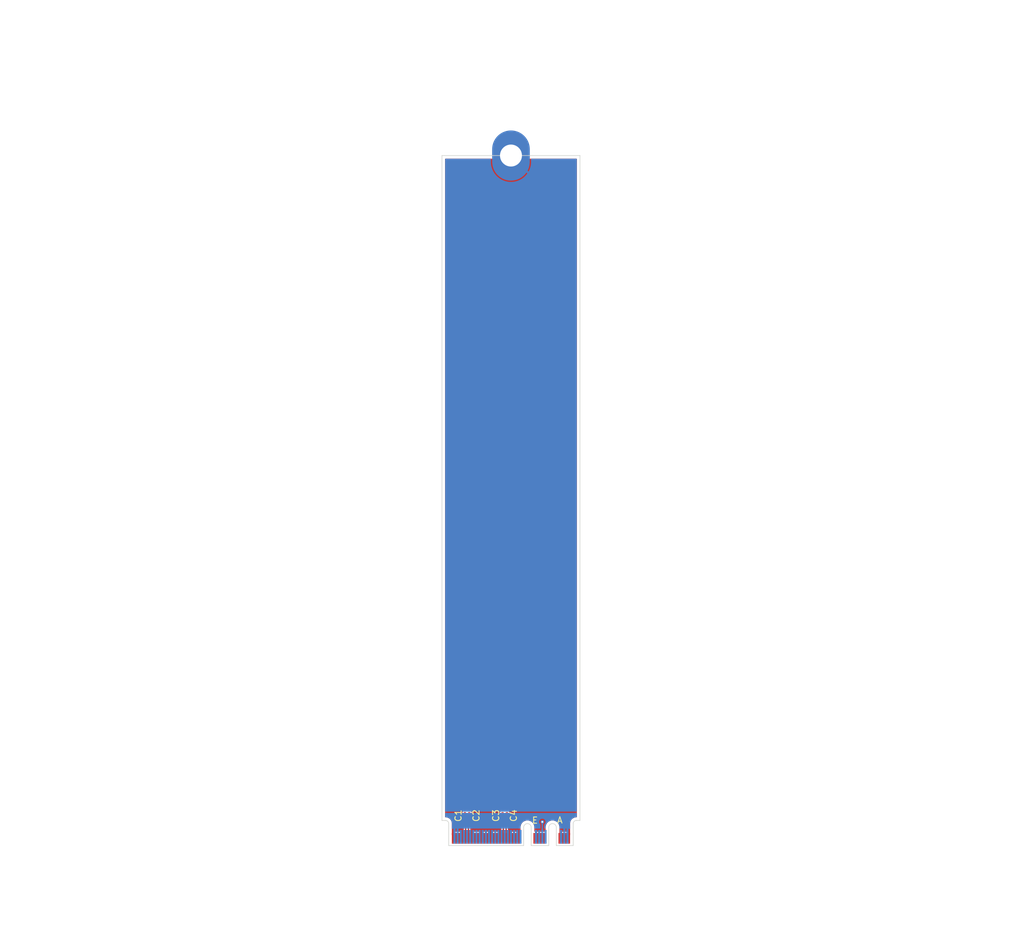
<source format=kicad_pcb>
(kicad_pcb (version 20241229) (generator "pcbnew") (generator_version "9.0")
  (layers (0 "F.Cu" signal) (2 "B.Cu" signal) (13 "F.Paste" user) (15 "B.Paste" user) (5 "F.SilkS" user "F.Silkscreen") (7 "B.SilkS" user "B.Silkscreen") (1 "F.Mask" user) (3 "B.Mask" user) (25 "Edge.Cuts" user))
  (net 0 "")
  (net 1 "GND")
  (net 2 "/M.2 A+E Key/PET1P")
  (net 3 "/M.2 A+E Key/PET0N")
  (net 4 "/M.2 A+E Key/PET1N")
  (net 5 "/M.2 A+E Key/PET0P")
  (net 6 "/PET0-")
  (net 7 "/PET1-")
  (net 8 "+3.3V")
  (net 9 "/USB_D+")
  (net 10 "/USB_D-")
  (net 11 "/LED#1")
  (net 12 "/LED#2")
  (net 21 "/PER0-")
  (net 23 "/PER0+")
  (net 29 "/REFCLK0+")
  (net 31 "/REFCLK0-")
  (net 32 "/SUSCLK")
  (net 33 "/PERST0#")
  (net 34 "/CLKREQ0#")
  (net 35 "/W_DISABLE2#")
  (net 36 "/PEWAKE#")
  (net 37 "/W_DISABLE1#")
  (net 38 "/I2C_DATA")
  (net 39 "/PER1+")
  (net 40 "/I2C_CLK")
  (net 41 "/PER1-")
  (net 42 "/ALERT#")
  (net 44 "/PERST1#")
  (net 45 "/CLKREQ1#")
  (net 46 "/PEWAKE1#")
  (net 47 "/REFCLK1+")
  (net 48 "/REFCLK1-")
  (net 49 "/PET0+")
  (net 50 "/PET1+")
  (footprint "Capacitor_SMD:C_0201_0603Metric" (layer "F.Cu") (at 105.56 154.09 90)
    (property "Reference" "C3" (at 0 -1.05 90) (layer "F.SilkS"))
    (property "Value" "220nF")
    (pad "1" smd roundrect (at -0.32 0 90) (size 0.46 0.4) (layers "F.Cu" "F.Mask") (net 3 "/M.2 A+E Key/PET0N"))
    (pad "2" smd roundrect (at 0.32 0 90) (size 0.46 0.4) (layers "F.Cu" "F.Mask") (net 6 "/PET0-"))
  )
  (footprint "Athena KiCAd library:M.2 Mounting Pad" (layer "F.Cu") (at 106.91 48.86)
    (property "Reference" "H1")
    (property "Value" "MountingHole_Pad")
    (pad "1" thru_hole circle (at 0 0) (size 5.5 5.5) (drill 3.5) (property pad_prop_castellated) (layers "*.Cu" "*.Mask") (net 1 "GND") (padstack (mode front_inner_back) (layer "Inner" (shape circle) (size 5.5 5.5)) (layer "B.Cu" (shape oval) (size 6 8))))
  )
  (footprint "Capacitor_SMD:C_0201_0603Metric" (layer "F.Cu") (at 100.26 154.09 90)
    (property "Reference" "C2" (at 0 1.11 90) (layer "F.SilkS"))
    (property "Value" "220nF")
    (pad "1" smd roundrect (at -0.32 0 90) (size 0.46 0.4) (layers "F.Cu" "F.Mask") (net 2 "/M.2 A+E Key/PET1P"))
    (pad "2" smd roundrect (at 0.32 0 90) (size 0.46 0.4) (layers "F.Cu" "F.Mask") (net 50 "/PET1+"))
  )
  (footprint "PCIexpress:M.2 A+E Key Connector" (layer "F.Cu") (at 106.91 157.75)
    (property "Reference" "J1")
    (property "Value" "~")
    (fp_line (start -11 -2.89) (end -10.425 -2.89) (stroke (width 0.1)) (layer "Edge.Cuts"))
    (fp_line (start -9.925 -2.39) (end -9.925 1.11) (stroke (width 0.1)) (layer "Edge.Cuts"))
    (fp_line (start 2.025 -1.79) (end 2.025 1.11) (stroke (width 0.1)) (layer "Edge.Cuts"))
    (fp_line (start 2.025 1.11) (end -9.925 1.11) (stroke (width 0.1)) (layer "Edge.Cuts"))
    (fp_line (start 3.225 -1.79) (end 3.225 1.11) (stroke (width 0.1)) (layer "Edge.Cuts"))
    (fp_line (start 3.225 1.11) (end 6.025 1.11) (stroke (width 0.1)) (layer "Edge.Cuts"))
    (fp_line (start 6.025 -1.79) (end 6.025 1.11) (stroke (width 0.1)) (layer "Edge.Cuts"))
    (fp_line (start 7.225 -1.79) (end 7.225 1.11) (stroke (width 0.1)) (layer "Edge.Cuts"))
    (fp_line (start 7.225 1.11) (end 9.925 1.11) (stroke (width 0.1)) (layer "Edge.Cuts"))
    (fp_line (start 9.925 -2.39) (end 9.925 1.11) (stroke (width 0.1)) (layer "Edge.Cuts"))
    (fp_line (start 10.425 -2.89) (end 11 -2.89) (stroke (width 0.1)) (layer "Edge.Cuts"))
    (fp_arc (start -10.425 -2.89) (mid -10.071447 -2.743553) (end -9.925 -2.39) (stroke (width 0.1)) (layer "Edge.Cuts"))
    (fp_arc (start 2.025 -1.79) (mid 2.625 -2.39) (end 3.225 -1.79) (stroke (width 0.1)) (layer "Edge.Cuts"))
    (fp_arc (start 6.025 -1.79) (mid 6.625 -2.39) (end 7.225 -1.79) (stroke (width 0.1)) (layer "Edge.Cuts"))
    (fp_arc (start 9.925 -2.39) (mid 10.071447 -2.743553) (end 10.425 -2.89) (stroke (width 0.1)) (layer "Edge.Cuts"))
    (fp_text user "A" (at 7.265 -2.345 0) (layer "F.SilkS") (effects (justify left bottom)))
    (fp_text user "E" (at 3.28 -2.32 0) (layer "F.SilkS") (effects (justify left bottom)))
    (pad "1" smd rect (at 9.25 -0.04 180) (size 0.35 1.7) (layers "F.Cu") (net 1 "GND"))
    (pad "2" smd rect (at 9 -0.29 180) (size 0.35 2.2) (layers "B.Cu") (net 8 "+3.3V"))
    (pad "3" smd rect (at 8.75 -0.04 180) (size 0.35 1.7) (layers "F.Cu") (net 9 "/USB_D+"))
    (pad "4" smd rect (at 8.5 -0.29 180) (size 0.35 2.2) (layers "B.Cu") (net 8 "+3.3V"))
    (pad "5" smd rect (at 8.25 -0.04 180) (size 0.35 1.7) (layers "F.Cu") (net 10 "/USB_D-"))
    (pad "6" smd rect (at 8 -0.29 180) (size 0.35 2.2) (layers "B.Cu") (net 11 "/LED#1"))
    (pad "7" smd rect (at 7.75 -0.04 180) (size 0.35 1.7) (layers "F.Cu") (net 1 "GND"))
    (pad "16" smd rect (at 5.5 -0.29 180) (size 0.35 2.2) (layers "B.Cu") (net 12 "/LED#2"))
    (pad "17" smd rect (at 5.25 -0.04 180) (size 0.35 1.7) (layers "F.Cu"))
    (pad "18" smd rect (at 5 -0.29 180) (size 0.35 2.2) (layers "B.Cu") (net 1 "GND"))
    (pad "19" smd rect (at 4.75 -0.04 180) (size 0.35 1.7) (layers "F.Cu"))
    (pad "20" smd rect (at 4.5 -0.29 180) (size 0.35 2.2) (layers "B.Cu"))
    (pad "21" smd rect (at 4.25 -0.04 180) (size 0.35 1.7) (layers "F.Cu"))
    (pad "22" smd rect (at 4 -0.29 180) (size 0.35 2.2) (layers "B.Cu"))
    (pad "23" smd rect (at 3.75 -0.04 180) (size 0.35 1.7) (layers "F.Cu"))
    (pad "32" smd rect (at 1.5 -0.29 180) (size 0.35 2.2) (layers "B.Cu"))
    (pad "33" smd rect (at 1.25 -0.04 180) (size 0.35 1.7) (layers "F.Cu") (net 1 "GND"))
    (pad "34" smd rect (at 1 -0.29 180) (size 0.35 2.2) (layers "B.Cu"))
    (pad "35" smd rect (at 0.75 -0.04 180) (size 0.35 1.7) (layers "F.Cu") (net 21 "/PER0-"))
    (pad "36" smd rect (at 0.5 -0.29 180) (size 0.35 2.2) (layers "B.Cu"))
    (pad "37" smd rect (at 0.25 -0.04 180) (size 0.35 1.7) (layers "F.Cu") (net 23 "/PER0+"))
    (pad "38" smd rect (at 0 -0.29 180) (size 0.35 2.2) (layers "B.Cu"))
    (pad "39" smd rect (at -0.25 -0.04 180) (size 0.35 1.7) (layers "F.Cu") (net 1 "GND"))
    (pad "40" smd rect (at -0.5 -0.29 180) (size 0.35 2.2) (layers "B.Cu"))
    (pad "41" smd rect (at -0.75 -0.04 180) (size 0.35 1.7) (layers "F.Cu") (net 5 "/M.2 A+E Key/PET0P"))
    (pad "42" smd rect (at -1 -0.29 180) (size 0.35 2.2) (layers "B.Cu"))
    (pad "43" smd rect (at -1.25 -0.04 180) (size 0.35 1.7) (layers "F.Cu") (net 3 "/M.2 A+E Key/PET0N"))
    (pad "44" smd rect (at -1.5 -0.29 180) (size 0.35 2.2) (layers "B.Cu"))
    (pad "45" smd rect (at -1.75 -0.04 180) (size 0.35 1.7) (layers "F.Cu") (net 1 "GND"))
    (pad "46" smd rect (at -2 -0.29 180) (size 0.35 2.2) (layers "B.Cu"))
    (pad "47" smd rect (at -2.25 -0.04 180) (size 0.35 1.7) (layers "F.Cu") (net 29 "/REFCLK0+"))
    (pad "48" smd rect (at -2.5 -0.29 180) (size 0.35 2.2) (layers "B.Cu"))
    (pad "49" smd rect (at -2.75 -0.04 180) (size 0.35 1.7) (layers "F.Cu") (net 31 "/REFCLK0-"))
    (pad "50" smd rect (at -3 -0.29 180) (size 0.35 2.2) (layers "B.Cu") (net 32 "/SUSCLK"))
    (pad "51" smd rect (at -3.25 -0.04 180) (size 0.35 1.7) (layers "F.Cu") (net 1 "GND"))
    (pad "52" smd rect (at -3.5 -0.29 180) (size 0.35 2.2) (layers "B.Cu") (net 33 "/PERST0#"))
    (pad "53" smd rect (at -3.75 -0.04 180) (size 0.35 1.7) (layers "F.Cu") (net 34 "/CLKREQ0#"))
    (pad "54" smd rect (at -4 -0.29 180) (size 0.35 2.2) (layers "B.Cu") (net 35 "/W_DISABLE2#"))
    (pad "55" smd rect (at -4.25 -0.04 180) (size 0.35 1.7) (layers "F.Cu") (net 36 "/PEWAKE#"))
    (pad "56" smd rect (at -4.5 -0.29 180) (size 0.35 2.2) (layers "B.Cu") (net 37 "/W_DISABLE1#"))
    (pad "57" smd rect (at -4.75 -0.04 180) (size 0.35 1.7) (layers "F.Cu") (net 1 "GND"))
    (pad "58" smd rect (at -5 -0.29 180) (size 0.35 2.2) (layers "B.Cu") (net 38 "/I2C_DATA"))
    (pad "59" smd rect (at -5.25 -0.04 180) (size 0.35 1.7) (layers "F.Cu") (net 39 "/PER1+"))
    (pad "60" smd rect (at -5.5 -0.29 180) (size 0.35 2.2) (layers "B.Cu") (net 40 "/I2C_CLK"))
    (pad "61" smd rect (at -5.75 -0.04 180) (size 0.35 1.7) (layers "F.Cu") (net 41 "/PER1-"))
    (pad "62" smd rect (at -6 -0.29 180) (size 0.35 2.2) (layers "B.Cu") (net 42 "/ALERT#"))
    (pad "63" smd rect (at -6.25 -0.04 180) (size 0.35 1.7) (layers "F.Cu") (net 1 "GND"))
    (pad "64" smd rect (at -6.5 -0.29 180) (size 0.35 2.2) (layers "B.Cu"))
    (pad "65" smd rect (at -6.75 -0.04 180) (size 0.35 1.7) (layers "F.Cu") (net 2 "/M.2 A+E Key/PET1P"))
    (pad "66" smd rect (at -7 -0.29 180) (size 0.35 2.2) (layers "B.Cu") (net 44 "/PERST1#"))
    (pad "67" smd rect (at -7.25 -0.04 180) (size 0.35 1.7) (layers "F.Cu") (net 4 "/M.2 A+E Key/PET1N"))
    (pad "68" smd rect (at -7.5 -0.29 180) (size 0.35 2.2) (layers "B.Cu") (net 45 "/CLKREQ1#"))
    (pad "69" smd rect (at -7.75 -0.04 180) (size 0.35 1.7) (layers "F.Cu") (net 1 "GND"))
    (pad "70" smd rect (at -8 -0.29 180) (size 0.35 2.2) (layers "B.Cu") (net 46 "/PEWAKE1#"))
    (pad "71" smd rect (at -8.25 -0.04 180) (size 0.35 1.7) (layers "F.Cu") (net 47 "/REFCLK1+"))
    (pad "72" smd rect (at -8.5 -0.29 180) (size 0.35 2.2) (layers "B.Cu") (net 8 "+3.3V"))
    (pad "73" smd rect (at -8.75 -0.04 180) (size 0.35 1.7) (layers "F.Cu") (net 48 "/REFCLK1-"))
    (pad "74" smd rect (at -9 -0.29 180) (size 0.35 2.2) (layers "B.Cu") (net 8 "+3.3V"))
    (pad "75" smd rect (at -9.25 -0.04 180) (size 0.35 1.7) (layers "F.Cu") (net 1 "GND"))
  )
  (footprint "Capacitor_SMD:C_0201_0603Metric" (layer "F.Cu") (at 106.26 154.09 90)
    (property "Reference" "C4" (at 0 1.07 90) (layer "F.SilkS"))
    (property "Value" "220nF")
    (pad "1" smd roundrect (at -0.32 0 90) (size 0.46 0.4) (layers "F.Cu" "F.Mask") (net 5 "/M.2 A+E Key/PET0P"))
    (pad "2" smd roundrect (at 0.32 0 90) (size 0.46 0.4) (layers "F.Cu" "F.Mask") (net 49 "/PET0+"))
  )
  (footprint "Capacitor_SMD:C_0201_0603Metric" (layer "F.Cu") (at 99.56 154.09 90)
    (property "Reference" "C1" (at 0 -1.05 90) (layer "F.SilkS"))
    (property "Value" "220nF")
    (pad "1" smd roundrect (at -0.32 0 90) (size 0.46 0.4) (layers "F.Cu" "F.Mask") (net 4 "/M.2 A+E Key/PET1N"))
    (pad "2" smd roundrect (at 0.32 0 90) (size 0.46 0.4) (layers "F.Cu" "F.Mask") (net 7 "/PET1-"))
  )
  (gr_line (start 117.91 154.86) (end 117.91 48.86) (stroke (width 0.1)) (layer "Edge.Cuts"))
  (gr_line (start 117.91 48.86) (end 95.91 48.86) (stroke (width 0.1)) (layer "Edge.Cuts"))
  (gr_line (start 95.91 48.86) (end 95.91 154.86) (stroke (width 0.1)) (layer "Edge.Cuts"))
  (via (at 111.91 155.09) (size 0.6) (drill 0.3) (layers "F.Cu" "B.Cu") (net 1))
  (segment (start 111.91 155.09) (end 111.91 157.46) (width 0.2) (layer "B.Cu") (net 1))
  (segment (start 100.26 154.755001) (end 100.26 154.41) (width 0.2) (layer "F.Cu") (net 2))
  (segment (start 100.16 157.71) (end 100.16 156.434999) (width 0.2) (layer "F.Cu") (net 2))
  (segment (start 100.135 156.409999) (end 100.135 154.880001) (width 0.2) (layer "F.Cu") (net 2))
  (segment (start 100.16 156.434999) (end 100.135 156.409999) (width 0.2) (layer "F.Cu") (net 2))
  (segment (start 100.135 154.880001) (end 100.26 154.755001) (width 0.2) (layer "F.Cu") (net 2))
  (segment (start 105.685 154.880001) (end 105.56 154.755001) (width 0.2) (layer "F.Cu") (net 3))
  (segment (start 105.66 156.434999) (end 105.685 156.409999) (width 0.2) (layer "F.Cu") (net 3))
  (segment (start 105.66 157.71) (end 105.66 156.434999) (width 0.2) (layer "F.Cu") (net 3))
  (segment (start 105.56 154.755001) (end 105.56 154.41) (width 0.2) (layer "F.Cu") (net 3))
  (segment (start 105.685 156.409999) (end 105.685 154.880001) (width 0.2) (layer "F.Cu") (net 3))
  (segment (start 99.685 154.880001) (end 99.56 154.755001) (width 0.2) (layer "F.Cu") (net 4))
  (segment (start 99.66 156.434999) (end 99.685 156.409999) (width 0.2) (layer "F.Cu") (net 4))
  (segment (start 99.685 156.409999) (end 99.685 154.880001) (width 0.2) (layer "F.Cu") (net 4))
  (segment (start 99.66 157.71) (end 99.66 156.434999) (width 0.2) (layer "F.Cu") (net 4))
  (segment (start 99.56 154.755001) (end 99.56 154.41) (width 0.2) (layer "F.Cu") (net 4))
  (segment (start 106.16 156.434999) (end 106.135 156.409999) (width 0.2) (layer "F.Cu") (net 5))
  (segment (start 106.26 154.755001) (end 106.26 154.41) (width 0.2) (layer "F.Cu") (net 5))
  (segment (start 106.135 154.880001) (end 106.26 154.755001) (width 0.2) (layer "F.Cu") (net 5))
  (segment (start 106.16 157.71) (end 106.16 156.434999) (width 0.2) (layer "F.Cu") (net 5))
  (segment (start 106.135 156.409999) (end 106.135 154.880001) (width 0.2) (layer "F.Cu") (net 5))
  (zone (net 1) (net_name "GND") (layers "F.Cu" "B.Cu") (connect_pads (clearance 0.2)) (min_thickness 0.15) (fill yes (thermal_gap 0.2) (thermal_bridge_width 0.35))
    (polygon (pts (xy 121.91 157.19) (xy 121.91 48.86) (xy 91.91 48.86) (xy 91.91 157.19)))
  )
  (zone (net 8) (net_name "+3.3V") (layer "B.Cu") (priority 1) (connect_pads (clearance 0.2)) (min_thickness 0.15) (fill yes (thermal_gap 0.2) (thermal_bridge_width 0.35))
    (polygon (pts (xy 117.91 157.18) (xy 117.91 153.66) (xy 95.91 153.66) (xy 95.91 157.18)))
  )
)
</source>
